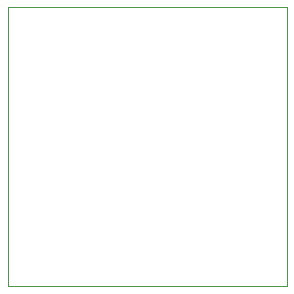
<source format=gbr>
%TF.GenerationSoftware,KiCad,Pcbnew,(6.0.1)*%
%TF.CreationDate,2022-04-22T14:13:29+03:00*%
%TF.ProjectId,teststi,74657374-7374-4692-9e6b-696361645f70,rev?*%
%TF.SameCoordinates,Original*%
%TF.FileFunction,Profile,NP*%
%FSLAX46Y46*%
G04 Gerber Fmt 4.6, Leading zero omitted, Abs format (unit mm)*
G04 Created by KiCad (PCBNEW (6.0.1)) date 2022-04-22 14:13:29*
%MOMM*%
%LPD*%
G01*
G04 APERTURE LIST*
%TA.AperFunction,Profile*%
%ADD10C,0.100000*%
%TD*%
G04 APERTURE END LIST*
D10*
X69977000Y-43942000D02*
X93599000Y-43942000D01*
X93599000Y-43942000D02*
X93599000Y-67564000D01*
X93599000Y-67564000D02*
X69977000Y-67564000D01*
X69977000Y-67564000D02*
X69977000Y-43942000D01*
M02*

</source>
